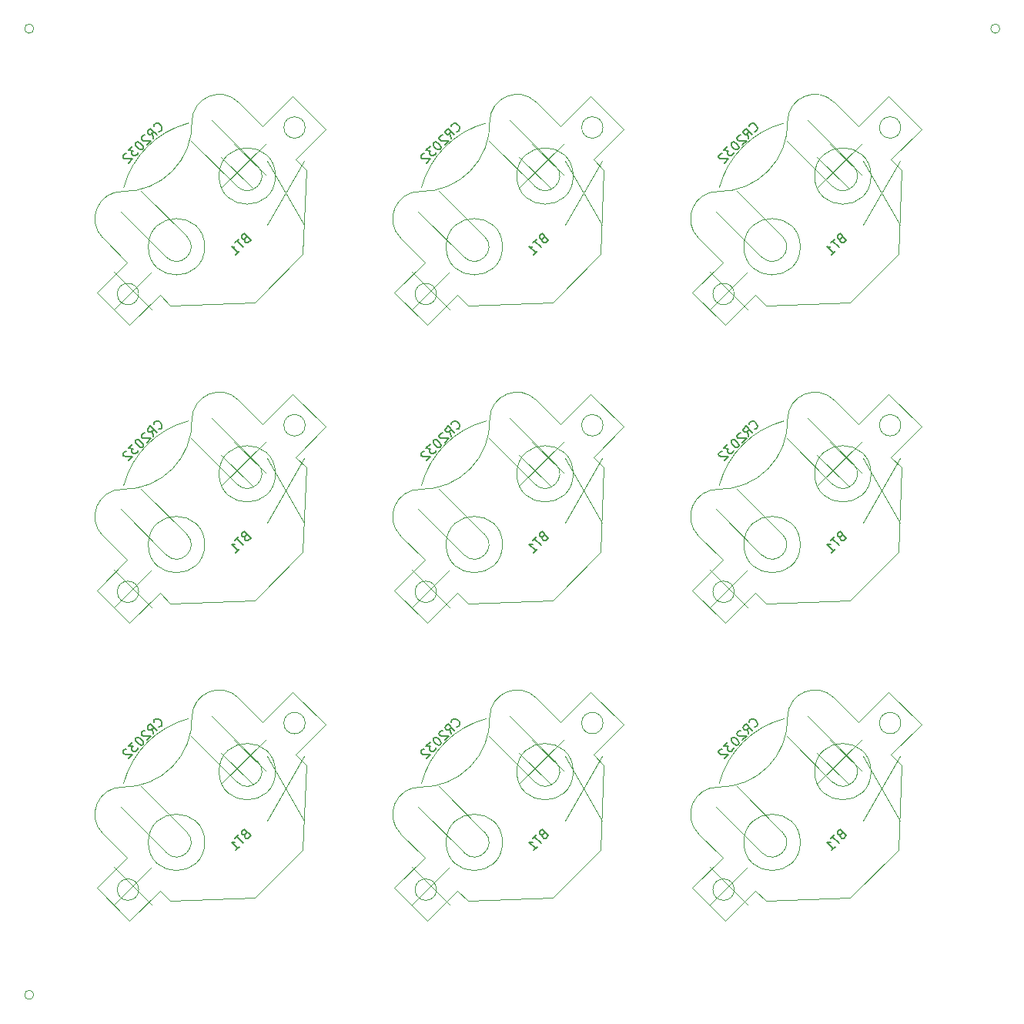
<source format=gbr>
%TF.GenerationSoftware,KiCad,Pcbnew,9.0.0-rc2-3baa6cd791~182~ubuntu24.04.1*%
%TF.CreationDate,2025-01-30T23:50:26-05:00*%
%TF.ProjectId,PCA20073_nRF54L15_Tiny_Board,50434132-3030-4373-935f-6e524635344c,rev?*%
%TF.SameCoordinates,Original*%
%TF.FileFunction,AssemblyDrawing,Bot*%
%FSLAX46Y46*%
G04 Gerber Fmt 4.6, Leading zero omitted, Abs format (unit mm)*
G04 Created by KiCad (PCBNEW 9.0.0-rc2-3baa6cd791~182~ubuntu24.04.1) date 2025-01-30 23:50:26*
%MOMM*%
%LPD*%
G01*
G04 APERTURE LIST*
%ADD10C,0.150000*%
%ADD11C,0.050000*%
%ADD12C,0.100000*%
G04 APERTURE END LIST*
D10*
X142386934Y-36297866D02*
X142454277Y-36297866D01*
X142454277Y-36297866D02*
X142588964Y-36230523D01*
X142588964Y-36230523D02*
X142656308Y-36163179D01*
X142656308Y-36163179D02*
X142723651Y-36028492D01*
X142723651Y-36028492D02*
X142723651Y-35893805D01*
X142723651Y-35893805D02*
X142689980Y-35792790D01*
X142689980Y-35792790D02*
X142588964Y-35624431D01*
X142588964Y-35624431D02*
X142487949Y-35523416D01*
X142487949Y-35523416D02*
X142319590Y-35422401D01*
X142319590Y-35422401D02*
X142218575Y-35388729D01*
X142218575Y-35388729D02*
X142083888Y-35388729D01*
X142083888Y-35388729D02*
X141949201Y-35456073D01*
X141949201Y-35456073D02*
X141881857Y-35523416D01*
X141881857Y-35523416D02*
X141814514Y-35658103D01*
X141814514Y-35658103D02*
X141814514Y-35725447D01*
X141747170Y-37072317D02*
X141646155Y-36499897D01*
X142151232Y-36668256D02*
X141444125Y-35961149D01*
X141444125Y-35961149D02*
X141174751Y-36230523D01*
X141174751Y-36230523D02*
X141141079Y-36331538D01*
X141141079Y-36331538D02*
X141141079Y-36398882D01*
X141141079Y-36398882D02*
X141174751Y-36499897D01*
X141174751Y-36499897D02*
X141275766Y-36600912D01*
X141275766Y-36600912D02*
X141376781Y-36634584D01*
X141376781Y-36634584D02*
X141444125Y-36634584D01*
X141444125Y-36634584D02*
X141545140Y-36600912D01*
X141545140Y-36600912D02*
X141814514Y-36331538D01*
X140838033Y-36701928D02*
X140770690Y-36701928D01*
X140770690Y-36701928D02*
X140669674Y-36735599D01*
X140669674Y-36735599D02*
X140501316Y-36903958D01*
X140501316Y-36903958D02*
X140467644Y-37004973D01*
X140467644Y-37004973D02*
X140467644Y-37072317D01*
X140467644Y-37072317D02*
X140501316Y-37173332D01*
X140501316Y-37173332D02*
X140568659Y-37240676D01*
X140568659Y-37240676D02*
X140703346Y-37308019D01*
X140703346Y-37308019D02*
X141511468Y-37308019D01*
X141511468Y-37308019D02*
X141073735Y-37745752D01*
X139928896Y-37476378D02*
X139861552Y-37543721D01*
X139861552Y-37543721D02*
X139827881Y-37644737D01*
X139827881Y-37644737D02*
X139827881Y-37712080D01*
X139827881Y-37712080D02*
X139861552Y-37813095D01*
X139861552Y-37813095D02*
X139962568Y-37981454D01*
X139962568Y-37981454D02*
X140130926Y-38149813D01*
X140130926Y-38149813D02*
X140299285Y-38250828D01*
X140299285Y-38250828D02*
X140400300Y-38284500D01*
X140400300Y-38284500D02*
X140467644Y-38284500D01*
X140467644Y-38284500D02*
X140568659Y-38250828D01*
X140568659Y-38250828D02*
X140636003Y-38183485D01*
X140636003Y-38183485D02*
X140669674Y-38082469D01*
X140669674Y-38082469D02*
X140669674Y-38015126D01*
X140669674Y-38015126D02*
X140636003Y-37914111D01*
X140636003Y-37914111D02*
X140534987Y-37745752D01*
X140534987Y-37745752D02*
X140366629Y-37577393D01*
X140366629Y-37577393D02*
X140198270Y-37476378D01*
X140198270Y-37476378D02*
X140097255Y-37442706D01*
X140097255Y-37442706D02*
X140029911Y-37442706D01*
X140029911Y-37442706D02*
X139928896Y-37476378D01*
X139457491Y-37947782D02*
X139019759Y-38385515D01*
X139019759Y-38385515D02*
X139524835Y-38419187D01*
X139524835Y-38419187D02*
X139423820Y-38520202D01*
X139423820Y-38520202D02*
X139390148Y-38621217D01*
X139390148Y-38621217D02*
X139390148Y-38688561D01*
X139390148Y-38688561D02*
X139423820Y-38789576D01*
X139423820Y-38789576D02*
X139592178Y-38957935D01*
X139592178Y-38957935D02*
X139693194Y-38991607D01*
X139693194Y-38991607D02*
X139760537Y-38991607D01*
X139760537Y-38991607D02*
X139861552Y-38957935D01*
X139861552Y-38957935D02*
X140063583Y-38755904D01*
X140063583Y-38755904D02*
X140097255Y-38654889D01*
X140097255Y-38654889D02*
X140097255Y-38587546D01*
X138817728Y-38722233D02*
X138750385Y-38722233D01*
X138750385Y-38722233D02*
X138649369Y-38755904D01*
X138649369Y-38755904D02*
X138481010Y-38924263D01*
X138481010Y-38924263D02*
X138447339Y-39025278D01*
X138447339Y-39025278D02*
X138447339Y-39092622D01*
X138447339Y-39092622D02*
X138481010Y-39193637D01*
X138481010Y-39193637D02*
X138548354Y-39260981D01*
X138548354Y-39260981D02*
X138683041Y-39328324D01*
X138683041Y-39328324D02*
X139491163Y-39328324D01*
X139491163Y-39328324D02*
X139053430Y-39766057D01*
X151877654Y-48107223D02*
X151810310Y-48241910D01*
X151810310Y-48241910D02*
X151810310Y-48309253D01*
X151810310Y-48309253D02*
X151843982Y-48410269D01*
X151843982Y-48410269D02*
X151944997Y-48511284D01*
X151944997Y-48511284D02*
X152046013Y-48544956D01*
X152046013Y-48544956D02*
X152113356Y-48544956D01*
X152113356Y-48544956D02*
X152214371Y-48511284D01*
X152214371Y-48511284D02*
X152483745Y-48241910D01*
X152483745Y-48241910D02*
X151776639Y-47534803D01*
X151776639Y-47534803D02*
X151540936Y-47770505D01*
X151540936Y-47770505D02*
X151507265Y-47871521D01*
X151507265Y-47871521D02*
X151507265Y-47938864D01*
X151507265Y-47938864D02*
X151540936Y-48039879D01*
X151540936Y-48039879D02*
X151608280Y-48107223D01*
X151608280Y-48107223D02*
X151709295Y-48140895D01*
X151709295Y-48140895D02*
X151776639Y-48140895D01*
X151776639Y-48140895D02*
X151877654Y-48107223D01*
X151877654Y-48107223D02*
X152113356Y-47871521D01*
X151170547Y-48140895D02*
X150766486Y-48544956D01*
X151675623Y-49050032D02*
X150968517Y-48342925D01*
X150867501Y-49858154D02*
X151271562Y-49454093D01*
X151069532Y-49656124D02*
X150362425Y-48949017D01*
X150362425Y-48949017D02*
X150530784Y-48982689D01*
X150530784Y-48982689D02*
X150665471Y-48982689D01*
X150665471Y-48982689D02*
X150766486Y-48949017D01*
X175135671Y-36297866D02*
X175203014Y-36297866D01*
X175203014Y-36297866D02*
X175337701Y-36230523D01*
X175337701Y-36230523D02*
X175405045Y-36163179D01*
X175405045Y-36163179D02*
X175472388Y-36028492D01*
X175472388Y-36028492D02*
X175472388Y-35893805D01*
X175472388Y-35893805D02*
X175438717Y-35792790D01*
X175438717Y-35792790D02*
X175337701Y-35624431D01*
X175337701Y-35624431D02*
X175236686Y-35523416D01*
X175236686Y-35523416D02*
X175068327Y-35422401D01*
X175068327Y-35422401D02*
X174967312Y-35388729D01*
X174967312Y-35388729D02*
X174832625Y-35388729D01*
X174832625Y-35388729D02*
X174697938Y-35456073D01*
X174697938Y-35456073D02*
X174630594Y-35523416D01*
X174630594Y-35523416D02*
X174563251Y-35658103D01*
X174563251Y-35658103D02*
X174563251Y-35725447D01*
X174495907Y-37072317D02*
X174394892Y-36499897D01*
X174899969Y-36668256D02*
X174192862Y-35961149D01*
X174192862Y-35961149D02*
X173923488Y-36230523D01*
X173923488Y-36230523D02*
X173889816Y-36331538D01*
X173889816Y-36331538D02*
X173889816Y-36398882D01*
X173889816Y-36398882D02*
X173923488Y-36499897D01*
X173923488Y-36499897D02*
X174024503Y-36600912D01*
X174024503Y-36600912D02*
X174125518Y-36634584D01*
X174125518Y-36634584D02*
X174192862Y-36634584D01*
X174192862Y-36634584D02*
X174293877Y-36600912D01*
X174293877Y-36600912D02*
X174563251Y-36331538D01*
X173586770Y-36701928D02*
X173519427Y-36701928D01*
X173519427Y-36701928D02*
X173418411Y-36735599D01*
X173418411Y-36735599D02*
X173250053Y-36903958D01*
X173250053Y-36903958D02*
X173216381Y-37004973D01*
X173216381Y-37004973D02*
X173216381Y-37072317D01*
X173216381Y-37072317D02*
X173250053Y-37173332D01*
X173250053Y-37173332D02*
X173317396Y-37240676D01*
X173317396Y-37240676D02*
X173452083Y-37308019D01*
X173452083Y-37308019D02*
X174260205Y-37308019D01*
X174260205Y-37308019D02*
X173822472Y-37745752D01*
X172677633Y-37476378D02*
X172610289Y-37543721D01*
X172610289Y-37543721D02*
X172576618Y-37644737D01*
X172576618Y-37644737D02*
X172576618Y-37712080D01*
X172576618Y-37712080D02*
X172610289Y-37813095D01*
X172610289Y-37813095D02*
X172711305Y-37981454D01*
X172711305Y-37981454D02*
X172879663Y-38149813D01*
X172879663Y-38149813D02*
X173048022Y-38250828D01*
X173048022Y-38250828D02*
X173149037Y-38284500D01*
X173149037Y-38284500D02*
X173216381Y-38284500D01*
X173216381Y-38284500D02*
X173317396Y-38250828D01*
X173317396Y-38250828D02*
X173384740Y-38183485D01*
X173384740Y-38183485D02*
X173418411Y-38082469D01*
X173418411Y-38082469D02*
X173418411Y-38015126D01*
X173418411Y-38015126D02*
X173384740Y-37914111D01*
X173384740Y-37914111D02*
X173283724Y-37745752D01*
X173283724Y-37745752D02*
X173115366Y-37577393D01*
X173115366Y-37577393D02*
X172947007Y-37476378D01*
X172947007Y-37476378D02*
X172845992Y-37442706D01*
X172845992Y-37442706D02*
X172778648Y-37442706D01*
X172778648Y-37442706D02*
X172677633Y-37476378D01*
X172206228Y-37947782D02*
X171768496Y-38385515D01*
X171768496Y-38385515D02*
X172273572Y-38419187D01*
X172273572Y-38419187D02*
X172172557Y-38520202D01*
X172172557Y-38520202D02*
X172138885Y-38621217D01*
X172138885Y-38621217D02*
X172138885Y-38688561D01*
X172138885Y-38688561D02*
X172172557Y-38789576D01*
X172172557Y-38789576D02*
X172340915Y-38957935D01*
X172340915Y-38957935D02*
X172441931Y-38991607D01*
X172441931Y-38991607D02*
X172509274Y-38991607D01*
X172509274Y-38991607D02*
X172610289Y-38957935D01*
X172610289Y-38957935D02*
X172812320Y-38755904D01*
X172812320Y-38755904D02*
X172845992Y-38654889D01*
X172845992Y-38654889D02*
X172845992Y-38587546D01*
X171566465Y-38722233D02*
X171499122Y-38722233D01*
X171499122Y-38722233D02*
X171398106Y-38755904D01*
X171398106Y-38755904D02*
X171229747Y-38924263D01*
X171229747Y-38924263D02*
X171196076Y-39025278D01*
X171196076Y-39025278D02*
X171196076Y-39092622D01*
X171196076Y-39092622D02*
X171229747Y-39193637D01*
X171229747Y-39193637D02*
X171297091Y-39260981D01*
X171297091Y-39260981D02*
X171431778Y-39328324D01*
X171431778Y-39328324D02*
X172239900Y-39328324D01*
X172239900Y-39328324D02*
X171802167Y-39766057D01*
X184626391Y-48107223D02*
X184559047Y-48241910D01*
X184559047Y-48241910D02*
X184559047Y-48309253D01*
X184559047Y-48309253D02*
X184592719Y-48410269D01*
X184592719Y-48410269D02*
X184693734Y-48511284D01*
X184693734Y-48511284D02*
X184794750Y-48544956D01*
X184794750Y-48544956D02*
X184862093Y-48544956D01*
X184862093Y-48544956D02*
X184963108Y-48511284D01*
X184963108Y-48511284D02*
X185232482Y-48241910D01*
X185232482Y-48241910D02*
X184525376Y-47534803D01*
X184525376Y-47534803D02*
X184289673Y-47770505D01*
X184289673Y-47770505D02*
X184256002Y-47871521D01*
X184256002Y-47871521D02*
X184256002Y-47938864D01*
X184256002Y-47938864D02*
X184289673Y-48039879D01*
X184289673Y-48039879D02*
X184357017Y-48107223D01*
X184357017Y-48107223D02*
X184458032Y-48140895D01*
X184458032Y-48140895D02*
X184525376Y-48140895D01*
X184525376Y-48140895D02*
X184626391Y-48107223D01*
X184626391Y-48107223D02*
X184862093Y-47871521D01*
X183919284Y-48140895D02*
X183515223Y-48544956D01*
X184424360Y-49050032D02*
X183717254Y-48342925D01*
X183616238Y-49858154D02*
X184020299Y-49454093D01*
X183818269Y-49656124D02*
X183111162Y-48949017D01*
X183111162Y-48949017D02*
X183279521Y-48982689D01*
X183279521Y-48982689D02*
X183414208Y-48982689D01*
X183414208Y-48982689D02*
X183515223Y-48949017D01*
X109638197Y-36297866D02*
X109705540Y-36297866D01*
X109705540Y-36297866D02*
X109840227Y-36230523D01*
X109840227Y-36230523D02*
X109907571Y-36163179D01*
X109907571Y-36163179D02*
X109974914Y-36028492D01*
X109974914Y-36028492D02*
X109974914Y-35893805D01*
X109974914Y-35893805D02*
X109941243Y-35792790D01*
X109941243Y-35792790D02*
X109840227Y-35624431D01*
X109840227Y-35624431D02*
X109739212Y-35523416D01*
X109739212Y-35523416D02*
X109570853Y-35422401D01*
X109570853Y-35422401D02*
X109469838Y-35388729D01*
X109469838Y-35388729D02*
X109335151Y-35388729D01*
X109335151Y-35388729D02*
X109200464Y-35456073D01*
X109200464Y-35456073D02*
X109133120Y-35523416D01*
X109133120Y-35523416D02*
X109065777Y-35658103D01*
X109065777Y-35658103D02*
X109065777Y-35725447D01*
X108998433Y-37072317D02*
X108897418Y-36499897D01*
X109402495Y-36668256D02*
X108695388Y-35961149D01*
X108695388Y-35961149D02*
X108426014Y-36230523D01*
X108426014Y-36230523D02*
X108392342Y-36331538D01*
X108392342Y-36331538D02*
X108392342Y-36398882D01*
X108392342Y-36398882D02*
X108426014Y-36499897D01*
X108426014Y-36499897D02*
X108527029Y-36600912D01*
X108527029Y-36600912D02*
X108628044Y-36634584D01*
X108628044Y-36634584D02*
X108695388Y-36634584D01*
X108695388Y-36634584D02*
X108796403Y-36600912D01*
X108796403Y-36600912D02*
X109065777Y-36331538D01*
X108089296Y-36701928D02*
X108021953Y-36701928D01*
X108021953Y-36701928D02*
X107920937Y-36735599D01*
X107920937Y-36735599D02*
X107752579Y-36903958D01*
X107752579Y-36903958D02*
X107718907Y-37004973D01*
X107718907Y-37004973D02*
X107718907Y-37072317D01*
X107718907Y-37072317D02*
X107752579Y-37173332D01*
X107752579Y-37173332D02*
X107819922Y-37240676D01*
X107819922Y-37240676D02*
X107954609Y-37308019D01*
X107954609Y-37308019D02*
X108762731Y-37308019D01*
X108762731Y-37308019D02*
X108324998Y-37745752D01*
X107180159Y-37476378D02*
X107112815Y-37543721D01*
X107112815Y-37543721D02*
X107079144Y-37644737D01*
X107079144Y-37644737D02*
X107079144Y-37712080D01*
X107079144Y-37712080D02*
X107112815Y-37813095D01*
X107112815Y-37813095D02*
X107213831Y-37981454D01*
X107213831Y-37981454D02*
X107382189Y-38149813D01*
X107382189Y-38149813D02*
X107550548Y-38250828D01*
X107550548Y-38250828D02*
X107651563Y-38284500D01*
X107651563Y-38284500D02*
X107718907Y-38284500D01*
X107718907Y-38284500D02*
X107819922Y-38250828D01*
X107819922Y-38250828D02*
X107887266Y-38183485D01*
X107887266Y-38183485D02*
X107920937Y-38082469D01*
X107920937Y-38082469D02*
X107920937Y-38015126D01*
X107920937Y-38015126D02*
X107887266Y-37914111D01*
X107887266Y-37914111D02*
X107786250Y-37745752D01*
X107786250Y-37745752D02*
X107617892Y-37577393D01*
X107617892Y-37577393D02*
X107449533Y-37476378D01*
X107449533Y-37476378D02*
X107348518Y-37442706D01*
X107348518Y-37442706D02*
X107281174Y-37442706D01*
X107281174Y-37442706D02*
X107180159Y-37476378D01*
X106708754Y-37947782D02*
X106271022Y-38385515D01*
X106271022Y-38385515D02*
X106776098Y-38419187D01*
X106776098Y-38419187D02*
X106675083Y-38520202D01*
X106675083Y-38520202D02*
X106641411Y-38621217D01*
X106641411Y-38621217D02*
X106641411Y-38688561D01*
X106641411Y-38688561D02*
X106675083Y-38789576D01*
X106675083Y-38789576D02*
X106843441Y-38957935D01*
X106843441Y-38957935D02*
X106944457Y-38991607D01*
X106944457Y-38991607D02*
X107011800Y-38991607D01*
X107011800Y-38991607D02*
X107112815Y-38957935D01*
X107112815Y-38957935D02*
X107314846Y-38755904D01*
X107314846Y-38755904D02*
X107348518Y-38654889D01*
X107348518Y-38654889D02*
X107348518Y-38587546D01*
X106068991Y-38722233D02*
X106001648Y-38722233D01*
X106001648Y-38722233D02*
X105900632Y-38755904D01*
X105900632Y-38755904D02*
X105732273Y-38924263D01*
X105732273Y-38924263D02*
X105698602Y-39025278D01*
X105698602Y-39025278D02*
X105698602Y-39092622D01*
X105698602Y-39092622D02*
X105732273Y-39193637D01*
X105732273Y-39193637D02*
X105799617Y-39260981D01*
X105799617Y-39260981D02*
X105934304Y-39328324D01*
X105934304Y-39328324D02*
X106742426Y-39328324D01*
X106742426Y-39328324D02*
X106304693Y-39766057D01*
X119128917Y-48107223D02*
X119061573Y-48241910D01*
X119061573Y-48241910D02*
X119061573Y-48309253D01*
X119061573Y-48309253D02*
X119095245Y-48410269D01*
X119095245Y-48410269D02*
X119196260Y-48511284D01*
X119196260Y-48511284D02*
X119297276Y-48544956D01*
X119297276Y-48544956D02*
X119364619Y-48544956D01*
X119364619Y-48544956D02*
X119465634Y-48511284D01*
X119465634Y-48511284D02*
X119735008Y-48241910D01*
X119735008Y-48241910D02*
X119027902Y-47534803D01*
X119027902Y-47534803D02*
X118792199Y-47770505D01*
X118792199Y-47770505D02*
X118758528Y-47871521D01*
X118758528Y-47871521D02*
X118758528Y-47938864D01*
X118758528Y-47938864D02*
X118792199Y-48039879D01*
X118792199Y-48039879D02*
X118859543Y-48107223D01*
X118859543Y-48107223D02*
X118960558Y-48140895D01*
X118960558Y-48140895D02*
X119027902Y-48140895D01*
X119027902Y-48140895D02*
X119128917Y-48107223D01*
X119128917Y-48107223D02*
X119364619Y-47871521D01*
X118421810Y-48140895D02*
X118017749Y-48544956D01*
X118926886Y-49050032D02*
X118219780Y-48342925D01*
X118118764Y-49858154D02*
X118522825Y-49454093D01*
X118320795Y-49656124D02*
X117613688Y-48949017D01*
X117613688Y-48949017D02*
X117782047Y-48982689D01*
X117782047Y-48982689D02*
X117916734Y-48982689D01*
X117916734Y-48982689D02*
X118017749Y-48949017D01*
X142386934Y-69046603D02*
X142454277Y-69046603D01*
X142454277Y-69046603D02*
X142588964Y-68979260D01*
X142588964Y-68979260D02*
X142656308Y-68911916D01*
X142656308Y-68911916D02*
X142723651Y-68777229D01*
X142723651Y-68777229D02*
X142723651Y-68642542D01*
X142723651Y-68642542D02*
X142689980Y-68541527D01*
X142689980Y-68541527D02*
X142588964Y-68373168D01*
X142588964Y-68373168D02*
X142487949Y-68272153D01*
X142487949Y-68272153D02*
X142319590Y-68171138D01*
X142319590Y-68171138D02*
X142218575Y-68137466D01*
X142218575Y-68137466D02*
X142083888Y-68137466D01*
X142083888Y-68137466D02*
X141949201Y-68204810D01*
X141949201Y-68204810D02*
X141881857Y-68272153D01*
X141881857Y-68272153D02*
X141814514Y-68406840D01*
X141814514Y-68406840D02*
X141814514Y-68474184D01*
X141747170Y-69821054D02*
X141646155Y-69248634D01*
X142151232Y-69416993D02*
X141444125Y-68709886D01*
X141444125Y-68709886D02*
X141174751Y-68979260D01*
X141174751Y-68979260D02*
X141141079Y-69080275D01*
X141141079Y-69080275D02*
X141141079Y-69147619D01*
X141141079Y-69147619D02*
X141174751Y-69248634D01*
X141174751Y-69248634D02*
X141275766Y-69349649D01*
X141275766Y-69349649D02*
X141376781Y-69383321D01*
X141376781Y-69383321D02*
X141444125Y-69383321D01*
X141444125Y-69383321D02*
X141545140Y-69349649D01*
X141545140Y-69349649D02*
X141814514Y-69080275D01*
X140838033Y-69450665D02*
X140770690Y-69450665D01*
X140770690Y-69450665D02*
X140669674Y-69484336D01*
X140669674Y-69484336D02*
X140501316Y-69652695D01*
X140501316Y-69652695D02*
X140467644Y-69753710D01*
X140467644Y-69753710D02*
X140467644Y-69821054D01*
X140467644Y-69821054D02*
X140501316Y-69922069D01*
X140501316Y-69922069D02*
X140568659Y-69989413D01*
X140568659Y-69989413D02*
X140703346Y-70056756D01*
X140703346Y-70056756D02*
X141511468Y-70056756D01*
X141511468Y-70056756D02*
X141073735Y-70494489D01*
X139928896Y-70225115D02*
X139861552Y-70292458D01*
X139861552Y-70292458D02*
X139827881Y-70393474D01*
X139827881Y-70393474D02*
X139827881Y-70460817D01*
X139827881Y-70460817D02*
X139861552Y-70561832D01*
X139861552Y-70561832D02*
X139962568Y-70730191D01*
X139962568Y-70730191D02*
X140130926Y-70898550D01*
X140130926Y-70898550D02*
X140299285Y-70999565D01*
X140299285Y-70999565D02*
X140400300Y-71033237D01*
X140400300Y-71033237D02*
X140467644Y-71033237D01*
X140467644Y-71033237D02*
X140568659Y-70999565D01*
X140568659Y-70999565D02*
X140636003Y-70932222D01*
X140636003Y-70932222D02*
X140669674Y-70831206D01*
X140669674Y-70831206D02*
X140669674Y-70763863D01*
X140669674Y-70763863D02*
X140636003Y-70662848D01*
X140636003Y-70662848D02*
X140534987Y-70494489D01*
X140534987Y-70494489D02*
X140366629Y-70326130D01*
X140366629Y-70326130D02*
X140198270Y-70225115D01*
X140198270Y-70225115D02*
X140097255Y-70191443D01*
X140097255Y-70191443D02*
X140029911Y-70191443D01*
X140029911Y-70191443D02*
X139928896Y-70225115D01*
X139457491Y-70696519D02*
X139019759Y-71134252D01*
X139019759Y-71134252D02*
X139524835Y-71167924D01*
X139524835Y-71167924D02*
X139423820Y-71268939D01*
X139423820Y-71268939D02*
X139390148Y-71369954D01*
X139390148Y-71369954D02*
X139390148Y-71437298D01*
X139390148Y-71437298D02*
X139423820Y-71538313D01*
X139423820Y-71538313D02*
X139592178Y-71706672D01*
X139592178Y-71706672D02*
X139693194Y-71740344D01*
X139693194Y-71740344D02*
X139760537Y-71740344D01*
X139760537Y-71740344D02*
X139861552Y-71706672D01*
X139861552Y-71706672D02*
X140063583Y-71504641D01*
X140063583Y-71504641D02*
X140097255Y-71403626D01*
X140097255Y-71403626D02*
X140097255Y-71336283D01*
X138817728Y-71470970D02*
X138750385Y-71470970D01*
X138750385Y-71470970D02*
X138649369Y-71504641D01*
X138649369Y-71504641D02*
X138481010Y-71673000D01*
X138481010Y-71673000D02*
X138447339Y-71774015D01*
X138447339Y-71774015D02*
X138447339Y-71841359D01*
X138447339Y-71841359D02*
X138481010Y-71942374D01*
X138481010Y-71942374D02*
X138548354Y-72009718D01*
X138548354Y-72009718D02*
X138683041Y-72077061D01*
X138683041Y-72077061D02*
X139491163Y-72077061D01*
X139491163Y-72077061D02*
X139053430Y-72514794D01*
X151877654Y-80855960D02*
X151810310Y-80990647D01*
X151810310Y-80990647D02*
X151810310Y-81057990D01*
X151810310Y-81057990D02*
X151843982Y-81159006D01*
X151843982Y-81159006D02*
X151944997Y-81260021D01*
X151944997Y-81260021D02*
X152046013Y-81293693D01*
X152046013Y-81293693D02*
X152113356Y-81293693D01*
X152113356Y-81293693D02*
X152214371Y-81260021D01*
X152214371Y-81260021D02*
X152483745Y-80990647D01*
X152483745Y-80990647D02*
X151776639Y-80283540D01*
X151776639Y-80283540D02*
X151540936Y-80519242D01*
X151540936Y-80519242D02*
X151507265Y-80620258D01*
X151507265Y-80620258D02*
X151507265Y-80687601D01*
X151507265Y-80687601D02*
X151540936Y-80788616D01*
X151540936Y-80788616D02*
X151608280Y-80855960D01*
X151608280Y-80855960D02*
X151709295Y-80889632D01*
X151709295Y-80889632D02*
X151776639Y-80889632D01*
X151776639Y-80889632D02*
X151877654Y-80855960D01*
X151877654Y-80855960D02*
X152113356Y-80620258D01*
X151170547Y-80889632D02*
X150766486Y-81293693D01*
X151675623Y-81798769D02*
X150968517Y-81091662D01*
X150867501Y-82606891D02*
X151271562Y-82202830D01*
X151069532Y-82404861D02*
X150362425Y-81697754D01*
X150362425Y-81697754D02*
X150530784Y-81731426D01*
X150530784Y-81731426D02*
X150665471Y-81731426D01*
X150665471Y-81731426D02*
X150766486Y-81697754D01*
X175135671Y-101795340D02*
X175203014Y-101795340D01*
X175203014Y-101795340D02*
X175337701Y-101727997D01*
X175337701Y-101727997D02*
X175405045Y-101660653D01*
X175405045Y-101660653D02*
X175472388Y-101525966D01*
X175472388Y-101525966D02*
X175472388Y-101391279D01*
X175472388Y-101391279D02*
X175438717Y-101290264D01*
X175438717Y-101290264D02*
X175337701Y-101121905D01*
X175337701Y-101121905D02*
X175236686Y-101020890D01*
X175236686Y-101020890D02*
X175068327Y-100919875D01*
X175068327Y-100919875D02*
X174967312Y-100886203D01*
X174967312Y-100886203D02*
X174832625Y-100886203D01*
X174832625Y-100886203D02*
X174697938Y-100953547D01*
X174697938Y-100953547D02*
X174630594Y-101020890D01*
X174630594Y-101020890D02*
X174563251Y-101155577D01*
X174563251Y-101155577D02*
X174563251Y-101222921D01*
X174495907Y-102569791D02*
X174394892Y-101997371D01*
X174899969Y-102165730D02*
X174192862Y-101458623D01*
X174192862Y-101458623D02*
X173923488Y-101727997D01*
X173923488Y-101727997D02*
X173889816Y-101829012D01*
X173889816Y-101829012D02*
X173889816Y-101896356D01*
X173889816Y-101896356D02*
X173923488Y-101997371D01*
X173923488Y-101997371D02*
X174024503Y-102098386D01*
X174024503Y-102098386D02*
X174125518Y-102132058D01*
X174125518Y-102132058D02*
X174192862Y-102132058D01*
X174192862Y-102132058D02*
X174293877Y-102098386D01*
X174293877Y-102098386D02*
X174563251Y-101829012D01*
X173586770Y-102199402D02*
X173519427Y-102199402D01*
X173519427Y-102199402D02*
X173418411Y-102233073D01*
X173418411Y-102233073D02*
X173250053Y-102401432D01*
X173250053Y-102401432D02*
X173216381Y-102502447D01*
X173216381Y-102502447D02*
X173216381Y-102569791D01*
X173216381Y-102569791D02*
X173250053Y-102670806D01*
X173250053Y-102670806D02*
X173317396Y-102738150D01*
X173317396Y-102738150D02*
X173452083Y-102805493D01*
X173452083Y-102805493D02*
X174260205Y-102805493D01*
X174260205Y-102805493D02*
X173822472Y-103243226D01*
X172677633Y-102973852D02*
X172610289Y-103041195D01*
X172610289Y-103041195D02*
X172576618Y-103142211D01*
X172576618Y-103142211D02*
X172576618Y-103209554D01*
X172576618Y-103209554D02*
X172610289Y-103310569D01*
X172610289Y-103310569D02*
X172711305Y-103478928D01*
X172711305Y-103478928D02*
X172879663Y-103647287D01*
X172879663Y-103647287D02*
X173048022Y-103748302D01*
X173048022Y-103748302D02*
X173149037Y-103781974D01*
X173149037Y-103781974D02*
X173216381Y-103781974D01*
X173216381Y-103781974D02*
X173317396Y-103748302D01*
X173317396Y-103748302D02*
X173384740Y-103680959D01*
X173384740Y-103680959D02*
X173418411Y-103579943D01*
X173418411Y-103579943D02*
X173418411Y-103512600D01*
X173418411Y-103512600D02*
X173384740Y-103411585D01*
X173384740Y-103411585D02*
X173283724Y-103243226D01*
X173283724Y-103243226D02*
X173115366Y-103074867D01*
X173115366Y-103074867D02*
X172947007Y-102973852D01*
X172947007Y-102973852D02*
X172845992Y-102940180D01*
X172845992Y-102940180D02*
X172778648Y-102940180D01*
X172778648Y-102940180D02*
X172677633Y-102973852D01*
X172206228Y-103445256D02*
X171768496Y-103882989D01*
X171768496Y-103882989D02*
X172273572Y-103916661D01*
X172273572Y-103916661D02*
X172172557Y-104017676D01*
X172172557Y-104017676D02*
X172138885Y-104118691D01*
X172138885Y-104118691D02*
X172138885Y-104186035D01*
X172138885Y-104186035D02*
X172172557Y-104287050D01*
X172172557Y-104287050D02*
X172340915Y-104455409D01*
X172340915Y-104455409D02*
X172441931Y-104489081D01*
X172441931Y-104489081D02*
X172509274Y-104489081D01*
X172509274Y-104489081D02*
X172610289Y-104455409D01*
X172610289Y-104455409D02*
X172812320Y-104253378D01*
X172812320Y-104253378D02*
X172845992Y-104152363D01*
X172845992Y-104152363D02*
X172845992Y-104085020D01*
X171566465Y-104219707D02*
X171499122Y-104219707D01*
X171499122Y-104219707D02*
X171398106Y-104253378D01*
X171398106Y-104253378D02*
X171229747Y-104421737D01*
X171229747Y-104421737D02*
X171196076Y-104522752D01*
X171196076Y-104522752D02*
X171196076Y-104590096D01*
X171196076Y-104590096D02*
X171229747Y-104691111D01*
X171229747Y-104691111D02*
X171297091Y-104758455D01*
X171297091Y-104758455D02*
X171431778Y-104825798D01*
X171431778Y-104825798D02*
X172239900Y-104825798D01*
X172239900Y-104825798D02*
X171802167Y-105263531D01*
X184626391Y-113604697D02*
X184559047Y-113739384D01*
X184559047Y-113739384D02*
X184559047Y-113806727D01*
X184559047Y-113806727D02*
X184592719Y-113907743D01*
X184592719Y-113907743D02*
X184693734Y-114008758D01*
X184693734Y-114008758D02*
X184794750Y-114042430D01*
X184794750Y-114042430D02*
X184862093Y-114042430D01*
X184862093Y-114042430D02*
X184963108Y-114008758D01*
X184963108Y-114008758D02*
X185232482Y-113739384D01*
X185232482Y-113739384D02*
X184525376Y-113032277D01*
X184525376Y-113032277D02*
X184289673Y-113267979D01*
X184289673Y-113267979D02*
X184256002Y-113368995D01*
X184256002Y-113368995D02*
X184256002Y-113436338D01*
X184256002Y-113436338D02*
X184289673Y-113537353D01*
X184289673Y-113537353D02*
X184357017Y-113604697D01*
X184357017Y-113604697D02*
X184458032Y-113638369D01*
X184458032Y-113638369D02*
X184525376Y-113638369D01*
X184525376Y-113638369D02*
X184626391Y-113604697D01*
X184626391Y-113604697D02*
X184862093Y-113368995D01*
X183919284Y-113638369D02*
X183515223Y-114042430D01*
X184424360Y-114547506D02*
X183717254Y-113840399D01*
X183616238Y-115355628D02*
X184020299Y-114951567D01*
X183818269Y-115153598D02*
X183111162Y-114446491D01*
X183111162Y-114446491D02*
X183279521Y-114480163D01*
X183279521Y-114480163D02*
X183414208Y-114480163D01*
X183414208Y-114480163D02*
X183515223Y-114446491D01*
X175135671Y-69046603D02*
X175203014Y-69046603D01*
X175203014Y-69046603D02*
X175337701Y-68979260D01*
X175337701Y-68979260D02*
X175405045Y-68911916D01*
X175405045Y-68911916D02*
X175472388Y-68777229D01*
X175472388Y-68777229D02*
X175472388Y-68642542D01*
X175472388Y-68642542D02*
X175438717Y-68541527D01*
X175438717Y-68541527D02*
X175337701Y-68373168D01*
X175337701Y-68373168D02*
X175236686Y-68272153D01*
X175236686Y-68272153D02*
X175068327Y-68171138D01*
X175068327Y-68171138D02*
X174967312Y-68137466D01*
X174967312Y-68137466D02*
X174832625Y-68137466D01*
X174832625Y-68137466D02*
X174697938Y-68204810D01*
X174697938Y-68204810D02*
X174630594Y-68272153D01*
X174630594Y-68272153D02*
X174563251Y-68406840D01*
X174563251Y-68406840D02*
X174563251Y-68474184D01*
X174495907Y-69821054D02*
X174394892Y-69248634D01*
X174899969Y-69416993D02*
X174192862Y-68709886D01*
X174192862Y-68709886D02*
X173923488Y-68979260D01*
X173923488Y-68979260D02*
X173889816Y-69080275D01*
X173889816Y-69080275D02*
X173889816Y-69147619D01*
X173889816Y-69147619D02*
X173923488Y-69248634D01*
X173923488Y-69248634D02*
X174024503Y-69349649D01*
X174024503Y-69349649D02*
X174125518Y-69383321D01*
X174125518Y-69383321D02*
X174192862Y-69383321D01*
X174192862Y-69383321D02*
X174293877Y-69349649D01*
X174293877Y-69349649D02*
X174563251Y-69080275D01*
X173586770Y-69450665D02*
X173519427Y-69450665D01*
X173519427Y-69450665D02*
X173418411Y-69484336D01*
X173418411Y-69484336D02*
X173250053Y-69652695D01*
X173250053Y-69652695D02*
X173216381Y-69753710D01*
X173216381Y-69753710D02*
X173216381Y-69821054D01*
X173216381Y-69821054D02*
X173250053Y-69922069D01*
X173250053Y-69922069D02*
X173317396Y-69989413D01*
X173317396Y-69989413D02*
X173452083Y-70056756D01*
X173452083Y-70056756D02*
X174260205Y-70056756D01*
X174260205Y-70056756D02*
X173822472Y-70494489D01*
X172677633Y-70225115D02*
X172610289Y-70292458D01*
X172610289Y-70292458D02*
X172576618Y-70393474D01*
X172576618Y-70393474D02*
X172576618Y-70460817D01*
X172576618Y-70460817D02*
X172610289Y-70561832D01*
X172610289Y-70561832D02*
X172711305Y-70730191D01*
X172711305Y-70730191D02*
X172879663Y-70898550D01*
X172879663Y-70898550D02*
X173048022Y-70999565D01*
X173048022Y-70999565D02*
X173149037Y-71033237D01*
X173149037Y-71033237D02*
X173216381Y-71033237D01*
X173216381Y-71033237D02*
X173317396Y-70999565D01*
X173317396Y-70999565D02*
X173384740Y-70932222D01*
X173384740Y-70932222D02*
X173418411Y-70831206D01*
X173418411Y-70831206D02*
X173418411Y-70763863D01*
X173418411Y-70763863D02*
X173384740Y-70662848D01*
X173384740Y-70662848D02*
X173283724Y-70494489D01*
X173283724Y-70494489D02*
X173115366Y-70326130D01*
X173115366Y-70326130D02*
X172947007Y-70225115D01*
X172947007Y-70225115D02*
X172845992Y-70191443D01*
X172845992Y-70191443D02*
X172778648Y-70191443D01*
X172778648Y-70191443D02*
X172677633Y-70225115D01*
X172206228Y-70696519D02*
X171768496Y-71134252D01*
X171768496Y-71134252D02*
X172273572Y-71167924D01*
X172273572Y-71167924D02*
X172172557Y-71268939D01*
X172172557Y-71268939D02*
X172138885Y-71369954D01*
X172138885Y-71369954D02*
X172138885Y-71437298D01*
X172138885Y-71437298D02*
X172172557Y-71538313D01*
X172172557Y-71538313D02*
X172340915Y-71706672D01*
X172340915Y-71706672D02*
X172441931Y-71740344D01*
X172441931Y-71740344D02*
X172509274Y-71740344D01*
X172509274Y-71740344D02*
X172610289Y-71706672D01*
X172610289Y-71706672D02*
X172812320Y-71504641D01*
X172812320Y-71504641D02*
X172845992Y-71403626D01*
X172845992Y-71403626D02*
X172845992Y-71336283D01*
X171566465Y-71470970D02*
X171499122Y-71470970D01*
X171499122Y-71470970D02*
X171398106Y-71504641D01*
X171398106Y-71504641D02*
X171229747Y-71673000D01*
X171229747Y-71673000D02*
X171196076Y-71774015D01*
X171196076Y-71774015D02*
X171196076Y-71841359D01*
X171196076Y-71841359D02*
X171229747Y-71942374D01*
X171229747Y-71942374D02*
X171297091Y-72009718D01*
X171297091Y-72009718D02*
X171431778Y-72077061D01*
X171431778Y-72077061D02*
X172239900Y-72077061D01*
X172239900Y-72077061D02*
X171802167Y-72514794D01*
X184626391Y-80855960D02*
X184559047Y-80990647D01*
X184559047Y-80990647D02*
X184559047Y-81057990D01*
X184559047Y-81057990D02*
X184592719Y-81159006D01*
X184592719Y-81159006D02*
X184693734Y-81260021D01*
X184693734Y-81260021D02*
X184794750Y-81293693D01*
X184794750Y-81293693D02*
X184862093Y-81293693D01*
X184862093Y-81293693D02*
X184963108Y-81260021D01*
X184963108Y-81260021D02*
X185232482Y-80990647D01*
X185232482Y-80990647D02*
X184525376Y-80283540D01*
X184525376Y-80283540D02*
X184289673Y-80519242D01*
X184289673Y-80519242D02*
X184256002Y-80620258D01*
X184256002Y-80620258D02*
X184256002Y-80687601D01*
X184256002Y-80687601D02*
X184289673Y-80788616D01*
X184289673Y-80788616D02*
X184357017Y-80855960D01*
X184357017Y-80855960D02*
X184458032Y-80889632D01*
X184458032Y-80889632D02*
X184525376Y-80889632D01*
X184525376Y-80889632D02*
X184626391Y-80855960D01*
X184626391Y-80855960D02*
X184862093Y-80620258D01*
X183919284Y-80889632D02*
X183515223Y-81293693D01*
X184424360Y-81798769D02*
X183717254Y-81091662D01*
X183616238Y-82606891D02*
X184020299Y-82202830D01*
X183818269Y-82404861D02*
X183111162Y-81697754D01*
X183111162Y-81697754D02*
X183279521Y-81731426D01*
X183279521Y-81731426D02*
X183414208Y-81731426D01*
X183414208Y-81731426D02*
X183515223Y-81697754D01*
X109638197Y-101795340D02*
X109705540Y-101795340D01*
X109705540Y-101795340D02*
X109840227Y-101727997D01*
X109840227Y-101727997D02*
X109907571Y-101660653D01*
X109907571Y-101660653D02*
X109974914Y-101525966D01*
X109974914Y-101525966D02*
X109974914Y-101391279D01*
X109974914Y-101391279D02*
X109941243Y-101290264D01*
X109941243Y-101290264D02*
X109840227Y-101121905D01*
X109840227Y-101121905D02*
X109739212Y-101020890D01*
X109739212Y-101020890D02*
X109570853Y-100919875D01*
X109570853Y-100919875D02*
X109469838Y-100886203D01*
X109469838Y-100886203D02*
X109335151Y-100886203D01*
X109335151Y-100886203D02*
X109200464Y-100953547D01*
X109200464Y-100953547D02*
X109133120Y-101020890D01*
X109133120Y-101020890D02*
X109065777Y-101155577D01*
X109065777Y-101155577D02*
X109065777Y-101222921D01*
X108998433Y-102569791D02*
X108897418Y-101997371D01*
X109402495Y-102165730D02*
X108695388Y-101458623D01*
X108695388Y-101458623D02*
X108426014Y-101727997D01*
X108426014Y-101727997D02*
X108392342Y-101829012D01*
X108392342Y-101829012D02*
X108392342Y-101896356D01*
X108392342Y-101896356D02*
X108426014Y-101997371D01*
X108426014Y-101997371D02*
X108527029Y-102098386D01*
X108527029Y-102098386D02*
X108628044Y-102132058D01*
X108628044Y-102132058D02*
X108695388Y-102132058D01*
X108695388Y-102132058D02*
X108796403Y-102098386D01*
X108796403Y-102098386D02*
X109065777Y-101829012D01*
X108089296Y-102199402D02*
X108021953Y-102199402D01*
X108021953Y-102199402D02*
X107920937Y-102233073D01*
X107920937Y-102233073D02*
X107752579Y-102401432D01*
X107752579Y-102401432D02*
X107718907Y-102502447D01*
X107718907Y-102502447D02*
X107718907Y-102569791D01*
X107718907Y-102569791D02*
X107752579Y-102670806D01*
X107752579Y-102670806D02*
X107819922Y-102738150D01*
X107819922Y-102738150D02*
X107954609Y-102805493D01*
X107954609Y-102805493D02*
X108762731Y-102805493D01*
X108762731Y-102805493D02*
X108324998Y-103243226D01*
X107180159Y-102973852D02*
X107112815Y-103041195D01*
X107112815Y-103041195D02*
X107079144Y-103142211D01*
X107079144Y-103142211D02*
X107079144Y-103209554D01*
X107079144Y-103209554D02*
X107112815Y-103310569D01*
X107112815Y-103310569D02*
X107213831Y-103478928D01*
X107213831Y-103478928D02*
X107382189Y-103647287D01*
X107382189Y-103647287D02*
X107550548Y-103748302D01*
X107550548Y-103748302D02*
X107651563Y-103781974D01*
X107651563Y-103781974D02*
X107718907Y-103781974D01*
X107718907Y-103781974D02*
X107819922Y-103748302D01*
X107819922Y-103748302D02*
X107887266Y-103680959D01*
X107887266Y-103680959D02*
X107920937Y-103579943D01*
X107920937Y-103579943D02*
X107920937Y-103512600D01*
X107920937Y-103512600D02*
X107887266Y-103411585D01*
X107887266Y-103411585D02*
X107786250Y-103243226D01*
X107786250Y-103243226D02*
X107617892Y-103074867D01*
X107617892Y-103074867D02*
X107449533Y-102973852D01*
X107449533Y-102973852D02*
X107348518Y-102940180D01*
X107348518Y-102940180D02*
X107281174Y-102940180D01*
X107281174Y-102940180D02*
X107180159Y-102973852D01*
X106708754Y-103445256D02*
X106271022Y-103882989D01*
X106271022Y-103882989D02*
X106776098Y-103916661D01*
X106776098Y-103916661D02*
X106675083Y-104017676D01*
X106675083Y-104017676D02*
X106641411Y-104118691D01*
X106641411Y-104118691D02*
X106641411Y-104186035D01*
X106641411Y-104186035D02*
X106675083Y-104287050D01*
X106675083Y-104287050D02*
X106843441Y-104455409D01*
X106843441Y-104455409D02*
X106944457Y-104489081D01*
X106944457Y-104489081D02*
X107011800Y-104489081D01*
X107011800Y-104489081D02*
X107112815Y-104455409D01*
X107112815Y-104455409D02*
X107314846Y-104253378D01*
X107314846Y-104253378D02*
X107348518Y-104152363D01*
X107348518Y-104152363D02*
X107348518Y-104085020D01*
X106068991Y-104219707D02*
X106001648Y-104219707D01*
X106001648Y-104219707D02*
X105900632Y-104253378D01*
X105900632Y-104253378D02*
X105732273Y-104421737D01*
X105732273Y-104421737D02*
X105698602Y-104522752D01*
X105698602Y-104522752D02*
X105698602Y-104590096D01*
X105698602Y-104590096D02*
X105732273Y-104691111D01*
X105732273Y-104691111D02*
X105799617Y-104758455D01*
X105799617Y-104758455D02*
X105934304Y-104825798D01*
X105934304Y-104825798D02*
X106742426Y-104825798D01*
X106742426Y-104825798D02*
X106304693Y-105263531D01*
X119128917Y-113604697D02*
X119061573Y-113739384D01*
X119061573Y-113739384D02*
X119061573Y-113806727D01*
X119061573Y-113806727D02*
X119095245Y-113907743D01*
X119095245Y-113907743D02*
X119196260Y-114008758D01*
X119196260Y-114008758D02*
X119297276Y-114042430D01*
X119297276Y-114042430D02*
X119364619Y-114042430D01*
X119364619Y-114042430D02*
X119465634Y-114008758D01*
X119465634Y-114008758D02*
X119735008Y-113739384D01*
X119735008Y-113739384D02*
X119027902Y-113032277D01*
X119027902Y-113032277D02*
X118792199Y-113267979D01*
X118792199Y-113267979D02*
X118758528Y-113368995D01*
X118758528Y-113368995D02*
X118758528Y-113436338D01*
X118758528Y-113436338D02*
X118792199Y-113537353D01*
X118792199Y-113537353D02*
X118859543Y-113604697D01*
X118859543Y-113604697D02*
X118960558Y-113638369D01*
X118960558Y-113638369D02*
X119027902Y-113638369D01*
X119027902Y-113638369D02*
X119128917Y-113604697D01*
X119128917Y-113604697D02*
X119364619Y-113368995D01*
X118421810Y-113638369D02*
X118017749Y-114042430D01*
X118926886Y-114547506D02*
X118219780Y-113840399D01*
X118118764Y-115355628D02*
X118522825Y-114951567D01*
X118320795Y-115153598D02*
X117613688Y-114446491D01*
X117613688Y-114446491D02*
X117782047Y-114480163D01*
X117782047Y-114480163D02*
X117916734Y-114480163D01*
X117916734Y-114480163D02*
X118017749Y-114446491D01*
X142386934Y-101795340D02*
X142454277Y-101795340D01*
X142454277Y-101795340D02*
X142588964Y-101727997D01*
X142588964Y-101727997D02*
X142656308Y-101660653D01*
X142656308Y-101660653D02*
X142723651Y-101525966D01*
X142723651Y-101525966D02*
X142723651Y-101391279D01*
X142723651Y-101391279D02*
X142689980Y-101290264D01*
X142689980Y-101290264D02*
X142588964Y-101121905D01*
X142588964Y-101121905D02*
X142487949Y-101020890D01*
X142487949Y-101020890D02*
X142319590Y-100919875D01*
X142319590Y-100919875D02*
X142218575Y-100886203D01*
X142218575Y-100886203D02*
X142083888Y-100886203D01*
X142083888Y-100886203D02*
X141949201Y-100953547D01*
X141949201Y-100953547D02*
X141881857Y-101020890D01*
X141881857Y-101020890D02*
X141814514Y-101155577D01*
X141814514Y-101155577D02*
X141814514Y-101222921D01*
X141747170Y-102569791D02*
X141646155Y-101997371D01*
X142151232Y-102165730D02*
X141444125Y-101458623D01*
X141444125Y-101458623D02*
X141174751Y-101727997D01*
X141174751Y-101727997D02*
X141141079Y-101829012D01*
X141141079Y-101829012D02*
X141141079Y-101896356D01*
X141141079Y-101896356D02*
X141174751Y-101997371D01*
X141174751Y-101997371D02*
X141275766Y-102098386D01*
X141275766Y-102098386D02*
X141376781Y-102132058D01*
X141376781Y-102132058D02*
X141444125Y-102132058D01*
X141444125Y-102132058D02*
X141545140Y-102098386D01*
X141545140Y-102098386D02*
X141814514Y-101829012D01*
X140838033Y-102199402D02*
X140770690Y-102199402D01*
X140770690Y-102199402D02*
X140669674Y-102233073D01*
X140669674Y-102233073D02*
X140501316Y-102401432D01*
X140501316Y-102401432D02*
X140467644Y-102502447D01*
X140467644Y-102502447D02*
X140467644Y-102569791D01*
X140467644Y-102569791D02*
X140501316Y-102670806D01*
X140501316Y-102670806D02*
X140568659Y-102738150D01*
X140568659Y-102738150D02*
X140703346Y-102805493D01*
X140703346Y-102805493D02*
X141511468Y-102805493D01*
X141511468Y-102805493D02*
X141073735Y-103243226D01*
X139928896Y-102973852D02*
X139861552Y-103041195D01*
X139861552Y-103041195D02*
X139827881Y-103142211D01*
X139827881Y-103142211D02*
X139827881Y-103209554D01*
X139827881Y-103209554D02*
X139861552Y-103310569D01*
X139861552Y-103310569D02*
X139962568Y-103478928D01*
X139962568Y-103478928D02*
X140130926Y-103647287D01*
X140130926Y-103647287D02*
X140299285Y-103748302D01*
X140299285Y-103748302D02*
X140400300Y-103781974D01*
X140400300Y-103781974D02*
X140467644Y-103781974D01*
X140467644Y-103781974D02*
X140568659Y-103748302D01*
X140568659Y-103748302D02*
X140636003Y-103680959D01*
X140636003Y-103680959D02*
X140669674Y-103579943D01*
X140669674Y-103579943D02*
X140669674Y-103512600D01*
X140669674Y-103512600D02*
X140636003Y-103411585D01*
X140636003Y-103411585D02*
X140534987Y-103243226D01*
X140534987Y-103243226D02*
X140366629Y-103074867D01*
X140366629Y-103074867D02*
X140198270Y-102973852D01*
X140198270Y-102973852D02*
X140097255Y-102940180D01*
X140097255Y-102940180D02*
X140029911Y-102940180D01*
X140029911Y-102940180D02*
X139928896Y-102973852D01*
X139457491Y-103445256D02*
X139019759Y-103882989D01*
X139019759Y-103882989D02*
X139524835Y-103916661D01*
X139524835Y-103916661D02*
X139423820Y-104017676D01*
X139423820Y-104017676D02*
X139390148Y-104118691D01*
X139390148Y-104118691D02*
X139390148Y-104186035D01*
X139390148Y-104186035D02*
X139423820Y-104287050D01*
X139423820Y-104287050D02*
X139592178Y-104455409D01*
X139592178Y-104455409D02*
X139693194Y-104489081D01*
X139693194Y-104489081D02*
X139760537Y-104489081D01*
X139760537Y-104489081D02*
X139861552Y-104455409D01*
X139861552Y-104455409D02*
X140063583Y-104253378D01*
X140063583Y-104253378D02*
X140097255Y-104152363D01*
X140097255Y-104152363D02*
X140097255Y-104085020D01*
X138817728Y-104219707D02*
X138750385Y-104219707D01*
X138750385Y-104219707D02*
X138649369Y-104253378D01*
X138649369Y-104253378D02*
X138481010Y-104421737D01*
X138481010Y-104421737D02*
X138447339Y-104522752D01*
X138447339Y-104522752D02*
X138447339Y-104590096D01*
X138447339Y-104590096D02*
X138481010Y-104691111D01*
X138481010Y-104691111D02*
X138548354Y-104758455D01*
X138548354Y-104758455D02*
X138683041Y-104825798D01*
X138683041Y-104825798D02*
X139491163Y-104825798D01*
X139491163Y-104825798D02*
X139053430Y-105263531D01*
X151877654Y-113604697D02*
X151810310Y-113739384D01*
X151810310Y-113739384D02*
X151810310Y-113806727D01*
X151810310Y-113806727D02*
X151843982Y-113907743D01*
X151843982Y-113907743D02*
X151944997Y-114008758D01*
X151944997Y-114008758D02*
X152046013Y-114042430D01*
X152046013Y-114042430D02*
X152113356Y-114042430D01*
X152113356Y-114042430D02*
X152214371Y-114008758D01*
X152214371Y-114008758D02*
X152483745Y-113739384D01*
X152483745Y-113739384D02*
X151776639Y-113032277D01*
X151776639Y-113032277D02*
X151540936Y-113267979D01*
X151540936Y-113267979D02*
X151507265Y-113368995D01*
X151507265Y-113368995D02*
X151507265Y-113436338D01*
X151507265Y-113436338D02*
X151540936Y-113537353D01*
X151540936Y-113537353D02*
X151608280Y-113604697D01*
X151608280Y-113604697D02*
X151709295Y-113638369D01*
X151709295Y-113638369D02*
X151776639Y-113638369D01*
X151776639Y-113638369D02*
X151877654Y-113604697D01*
X151877654Y-113604697D02*
X152113356Y-113368995D01*
X151170547Y-113638369D02*
X150766486Y-114042430D01*
X151675623Y-114547506D02*
X150968517Y-113840399D01*
X150867501Y-115355628D02*
X151271562Y-114951567D01*
X151069532Y-115153598D02*
X150362425Y-114446491D01*
X150362425Y-114446491D02*
X150530784Y-114480163D01*
X150530784Y-114480163D02*
X150665471Y-114480163D01*
X150665471Y-114480163D02*
X150766486Y-114446491D01*
X109638197Y-69046603D02*
X109705540Y-69046603D01*
X109705540Y-69046603D02*
X109840227Y-68979260D01*
X109840227Y-68979260D02*
X109907571Y-68911916D01*
X109907571Y-68911916D02*
X109974914Y-68777229D01*
X109974914Y-68777229D02*
X109974914Y-68642542D01*
X109974914Y-68642542D02*
X109941243Y-68541527D01*
X109941243Y-68541527D02*
X109840227Y-68373168D01*
X109840227Y-68373168D02*
X109739212Y-68272153D01*
X109739212Y-68272153D02*
X109570853Y-68171138D01*
X109570853Y-68171138D02*
X109469838Y-68137466D01*
X109469838Y-68137466D02*
X109335151Y-68137466D01*
X109335151Y-68137466D02*
X109200464Y-68204810D01*
X109200464Y-68204810D02*
X109133120Y-68272153D01*
X109133120Y-68272153D02*
X109065777Y-68406840D01*
X109065777Y-68406840D02*
X109065777Y-68474184D01*
X108998433Y-69821054D02*
X108897418Y-69248634D01*
X109402495Y-69416993D02*
X108695388Y-68709886D01*
X108695388Y-68709886D02*
X108426014Y-68979260D01*
X108426014Y-68979260D02*
X108392342Y-69080275D01*
X108392342Y-69080275D02*
X108392342Y-69147619D01*
X108392342Y-69147619D02*
X108426014Y-69248634D01*
X108426014Y-69248634D02*
X108527029Y-69349649D01*
X108527029Y-69349649D02*
X108628044Y-69383321D01*
X108628044Y-69383321D02*
X108695388Y-69383321D01*
X108695388Y-69383321D02*
X108796403Y-69349649D01*
X108796403Y-69349649D02*
X109065777Y-69080275D01*
X108089296Y-69450665D02*
X108021953Y-69450665D01*
X108021953Y-69450665D02*
X107920937Y-69484336D01*
X107920937Y-69484336D02*
X107752579Y-69652695D01*
X107752579Y-69652695D02*
X107718907Y-69753710D01*
X107718907Y-69753710D02*
X107718907Y-69821054D01*
X107718907Y-69821054D02*
X107752579Y-69922069D01*
X107752579Y-69922069D02*
X107819922Y-69989413D01*
X107819922Y-69989413D02*
X107954609Y-70056756D01*
X107954609Y-70056756D02*
X108762731Y-70056756D01*
X108762731Y-70056756D02*
X108324998Y-70494489D01*
X107180159Y-70225115D02*
X107112815Y-70292458D01*
X107112815Y-70292458D02*
X107079144Y-70393474D01*
X107079144Y-70393474D02*
X107079144Y-70460817D01*
X107079144Y-70460817D02*
X107112815Y-70561832D01*
X107112815Y-70561832D02*
X107213831Y-70730191D01*
X107213831Y-70730191D02*
X107382189Y-70898550D01*
X107382189Y-70898550D02*
X107550548Y-70999565D01*
X107550548Y-70999565D02*
X107651563Y-71033237D01*
X107651563Y-71033237D02*
X107718907Y-71033237D01*
X107718907Y-71033237D02*
X107819922Y-70999565D01*
X107819922Y-70999565D02*
X107887266Y-70932222D01*
X107887266Y-70932222D02*
X107920937Y-70831206D01*
X107920937Y-70831206D02*
X107920937Y-70763863D01*
X107920937Y-70763863D02*
X107887266Y-70662848D01*
X107887266Y-70662848D02*
X107786250Y-70494489D01*
X107786250Y-70494489D02*
X107617892Y-70326130D01*
X107617892Y-70326130D02*
X107449533Y-70225115D01*
X107449533Y-70225115D02*
X107348518Y-70191443D01*
X107348518Y-70191443D02*
X107281174Y-70191443D01*
X107281174Y-70191443D02*
X107180159Y-70225115D01*
X106708754Y-70696519D02*
X106271022Y-71134252D01*
X106271022Y-71134252D02*
X106776098Y-71167924D01*
X106776098Y-71167924D02*
X106675083Y-71268939D01*
X106675083Y-71268939D02*
X106641411Y-71369954D01*
X106641411Y-71369954D02*
X106641411Y-71437298D01*
X106641411Y-71437298D02*
X106675083Y-71538313D01*
X106675083Y-71538313D02*
X106843441Y-71706672D01*
X106843441Y-71706672D02*
X106944457Y-71740344D01*
X106944457Y-71740344D02*
X107011800Y-71740344D01*
X107011800Y-71740344D02*
X107112815Y-71706672D01*
X107112815Y-71706672D02*
X107314846Y-71504641D01*
X107314846Y-71504641D02*
X107348518Y-71403626D01*
X107348518Y-71403626D02*
X107348518Y-71336283D01*
X106068991Y-71470970D02*
X106001648Y-71470970D01*
X106001648Y-71470970D02*
X105900632Y-71504641D01*
X105900632Y-71504641D02*
X105732273Y-71673000D01*
X105732273Y-71673000D02*
X105698602Y-71774015D01*
X105698602Y-71774015D02*
X105698602Y-71841359D01*
X105698602Y-71841359D02*
X105732273Y-71942374D01*
X105732273Y-71942374D02*
X105799617Y-72009718D01*
X105799617Y-72009718D02*
X105934304Y-72077061D01*
X105934304Y-72077061D02*
X106742426Y-72077061D01*
X106742426Y-72077061D02*
X106304693Y-72514794D01*
X119128917Y-80855960D02*
X119061573Y-80990647D01*
X119061573Y-80990647D02*
X119061573Y-81057990D01*
X119061573Y-81057990D02*
X119095245Y-81159006D01*
X119095245Y-81159006D02*
X119196260Y-81260021D01*
X119196260Y-81260021D02*
X119297276Y-81293693D01*
X119297276Y-81293693D02*
X119364619Y-81293693D01*
X119364619Y-81293693D02*
X119465634Y-81260021D01*
X119465634Y-81260021D02*
X119735008Y-80990647D01*
X119735008Y-80990647D02*
X119027902Y-80283540D01*
X119027902Y-80283540D02*
X118792199Y-80519242D01*
X118792199Y-80519242D02*
X118758528Y-80620258D01*
X118758528Y-80620258D02*
X118758528Y-80687601D01*
X118758528Y-80687601D02*
X118792199Y-80788616D01*
X118792199Y-80788616D02*
X118859543Y-80855960D01*
X118859543Y-80855960D02*
X118960558Y-80889632D01*
X118960558Y-80889632D02*
X119027902Y-80889632D01*
X119027902Y-80889632D02*
X119128917Y-80855960D01*
X119128917Y-80855960D02*
X119364619Y-80620258D01*
X118421810Y-80889632D02*
X118017749Y-81293693D01*
X118926886Y-81798769D02*
X118219780Y-81091662D01*
X118118764Y-82606891D02*
X118522825Y-82202830D01*
X118320795Y-82404861D02*
X117613688Y-81697754D01*
X117613688Y-81697754D02*
X117782047Y-81731426D01*
X117782047Y-81731426D02*
X117916734Y-81731426D01*
X117916734Y-81731426D02*
X118017749Y-81697754D01*
D11*
%TO.C,KiKit_FID_B_1*%
X95877216Y-25000000D02*
G75*
G02*
X94877216Y-25000000I-500000J0D01*
G01*
X94877216Y-25000000D02*
G75*
G02*
X95877216Y-25000000I500000J0D01*
G01*
D12*
%TO.C,BT1*%
X136231698Y-48025698D02*
X138883348Y-50677348D01*
X138883348Y-50677348D02*
X135559946Y-54000750D01*
X139166191Y-57606995D02*
X135559946Y-54000750D01*
X142489593Y-54283593D02*
X139166191Y-57606995D01*
X142489593Y-54283593D02*
X143656319Y-55450319D01*
X143196700Y-50111663D02*
X138176241Y-45091205D01*
X143656319Y-55450319D02*
X152919418Y-55096766D01*
X145459441Y-47848921D02*
X140438983Y-42828463D01*
X150974874Y-42333488D02*
X145954416Y-37313030D01*
X151158722Y-33112816D02*
X153803301Y-35757395D01*
X153237616Y-40070747D02*
X148217158Y-35050288D01*
X157126703Y-32433993D02*
X153803301Y-35757395D01*
X157126703Y-32433993D02*
X160732948Y-36040238D01*
X157409546Y-39363640D02*
X158576272Y-40530366D01*
X158222719Y-49793465D02*
X152919418Y-55096766D01*
X158576272Y-40530366D02*
X158222719Y-49793465D01*
X160732948Y-36040238D02*
X157409546Y-39363640D01*
X136231698Y-48025698D02*
G75*
G02*
X138427995Y-42905314I2121320J2121321D01*
G01*
X138515592Y-42503424D02*
G75*
G02*
X145629147Y-35389700I9673281J-2559496D01*
G01*
X145459441Y-47848921D02*
G75*
G02*
X143196700Y-50111664I-1131371J-1131371D01*
G01*
X146025125Y-35191710D02*
G75*
G02*
X138459059Y-42901840I-7495330J-212132D01*
G01*
X146025128Y-35191710D02*
G75*
G02*
X151155476Y-33101919I3005202J-35355D01*
G01*
X153237616Y-40070747D02*
G75*
G02*
X150974874Y-42333488I-1131371J-1131370D01*
G01*
X140164413Y-54177527D02*
G75*
G02*
X137814415Y-54177527I-1174999J0D01*
G01*
X137814415Y-54177527D02*
G75*
G02*
X140164413Y-54177527I1174999J0D01*
G01*
X147428070Y-48980292D02*
G75*
G02*
X141228070Y-48980292I-3100000J0D01*
G01*
X141228070Y-48980292D02*
G75*
G02*
X147428070Y-48980292I3100000J0D01*
G01*
X155206245Y-41202117D02*
G75*
G02*
X149006245Y-41202117I-3100000J0D01*
G01*
X149006245Y-41202117D02*
G75*
G02*
X155206245Y-41202117I3100000J0D01*
G01*
X158478481Y-35863461D02*
G75*
G02*
X156128479Y-35863461I-1175001J0D01*
G01*
X156128479Y-35863461D02*
G75*
G02*
X158478481Y-35863461I1175001J0D01*
G01*
X168980435Y-48025698D02*
X171632085Y-50677348D01*
X171632085Y-50677348D02*
X168308683Y-54000750D01*
X171914928Y-57606995D02*
X168308683Y-54000750D01*
X175238330Y-54283593D02*
X171914928Y-57606995D01*
X175238330Y-54283593D02*
X176405056Y-55450319D01*
X175945437Y-50111663D02*
X170924978Y-45091205D01*
X176405056Y-55450319D02*
X185668155Y-55096766D01*
X178208178Y-47848921D02*
X173187720Y-42828463D01*
X183723611Y-42333488D02*
X178703153Y-37313030D01*
X183907459Y-33112816D02*
X186552038Y-35757395D01*
X185986353Y-40070747D02*
X180965895Y-35050288D01*
X189875440Y-32433993D02*
X186552038Y-35757395D01*
X189875440Y-32433993D02*
X193481685Y-36040238D01*
X190158283Y-39363640D02*
X191325009Y-40530366D01*
X190971456Y-49793465D02*
X185668155Y-55096766D01*
X191325009Y-40530366D02*
X190971456Y-49793465D01*
X193481685Y-36040238D02*
X190158283Y-39363640D01*
X168980435Y-48025698D02*
G75*
G02*
X171176732Y-42905314I2121320J2121321D01*
G01*
X171264329Y-42503424D02*
G75*
G02*
X178377884Y-35389700I9673281J-2559496D01*
G01*
X178208178Y-47848921D02*
G75*
G02*
X175945437Y-50111664I-1131371J-1131371D01*
G01*
X178773862Y-35191710D02*
G75*
G02*
X171207796Y-42901840I-7495330J-212132D01*
G01*
X178773865Y-35191710D02*
G75*
G02*
X183904213Y-33101919I3005202J-35355D01*
G01*
X185986353Y-40070747D02*
G75*
G02*
X183723611Y-42333488I-1131371J-1131370D01*
G01*
X172913150Y-54177527D02*
G75*
G02*
X170563152Y-54177527I-1174999J0D01*
G01*
X170563152Y-54177527D02*
G75*
G02*
X172913150Y-54177527I1174999J0D01*
G01*
X180176807Y-48980292D02*
G75*
G02*
X173976807Y-48980292I-3100000J0D01*
G01*
X173976807Y-48980292D02*
G75*
G02*
X180176807Y-48980292I3100000J0D01*
G01*
X187954982Y-41202117D02*
G75*
G02*
X181754982Y-41202117I-3100000J0D01*
G01*
X181754982Y-41202117D02*
G75*
G02*
X187954982Y-41202117I3100000J0D01*
G01*
X191227218Y-35863461D02*
G75*
G02*
X188877216Y-35863461I-1175001J0D01*
G01*
X188877216Y-35863461D02*
G75*
G02*
X191227218Y-35863461I1175001J0D01*
G01*
D11*
%TO.C,KiKit_FID_B_2*%
X202122785Y-25000000D02*
G75*
G02*
X201122785Y-25000000I-500000J0D01*
G01*
X201122785Y-25000000D02*
G75*
G02*
X202122785Y-25000000I500000J0D01*
G01*
D12*
%TO.C,BT1*%
X103482961Y-48025698D02*
X106134611Y-50677348D01*
X106134611Y-50677348D02*
X102811209Y-54000750D01*
X106417454Y-57606995D02*
X102811209Y-54000750D01*
X109740856Y-54283593D02*
X106417454Y-57606995D01*
X109740856Y-54283593D02*
X110907582Y-55450319D01*
X110447963Y-50111663D02*
X105427504Y-45091205D01*
X110907582Y-55450319D02*
X120170681Y-55096766D01*
X112710704Y-47848921D02*
X107690246Y-42828463D01*
X118226137Y-42333488D02*
X113205679Y-37313030D01*
X118409985Y-33112816D02*
X121054564Y-35757395D01*
X120488879Y-40070747D02*
X115468421Y-35050288D01*
X124377966Y-32433993D02*
X121054564Y-35757395D01*
X124377966Y-32433993D02*
X127984211Y-36040238D01*
X124660809Y-39363640D02*
X125827535Y-40530366D01*
X125473982Y-49793465D02*
X120170681Y-55096766D01*
X125827535Y-40530366D02*
X125473982Y-49793465D01*
X127984211Y-36040238D02*
X124660809Y-39363640D01*
X103482961Y-48025698D02*
G75*
G02*
X105679258Y-42905314I2121320J2121321D01*
G01*
X105766855Y-42503424D02*
G75*
G02*
X112880410Y-35389700I9673281J-2559496D01*
G01*
X112710704Y-47848921D02*
G75*
G02*
X110447963Y-50111664I-1131371J-1131371D01*
G01*
X113276388Y-35191710D02*
G75*
G02*
X105710322Y-42901840I-7495330J-212132D01*
G01*
X113276391Y-35191710D02*
G75*
G02*
X118406739Y-33101919I3005202J-35355D01*
G01*
X120488879Y-40070747D02*
G75*
G02*
X118226137Y-42333488I-1131371J-1131370D01*
G01*
X107415676Y-54177527D02*
G75*
G02*
X105065678Y-54177527I-1174999J0D01*
G01*
X105065678Y-54177527D02*
G75*
G02*
X107415676Y-54177527I1174999J0D01*
G01*
X114679333Y-48980292D02*
G75*
G02*
X108479333Y-48980292I-3100000J0D01*
G01*
X108479333Y-48980292D02*
G75*
G02*
X114679333Y-48980292I3100000J0D01*
G01*
X122457508Y-41202117D02*
G75*
G02*
X116257508Y-41202117I-3100000J0D01*
G01*
X116257508Y-41202117D02*
G75*
G02*
X122457508Y-41202117I3100000J0D01*
G01*
X125729744Y-35863461D02*
G75*
G02*
X123379742Y-35863461I-1175001J0D01*
G01*
X123379742Y-35863461D02*
G75*
G02*
X125729744Y-35863461I1175001J0D01*
G01*
X136231698Y-80774435D02*
X138883348Y-83426085D01*
X138883348Y-83426085D02*
X135559946Y-86749487D01*
X139166191Y-90355732D02*
X135559946Y-86749487D01*
X142489593Y-87032330D02*
X139166191Y-90355732D01*
X142489593Y-87032330D02*
X143656319Y-88199056D01*
X143196700Y-82860400D02*
X138176241Y-77839942D01*
X143656319Y-88199056D02*
X152919418Y-87845503D01*
X145459441Y-80597658D02*
X140438983Y-75577200D01*
X150974874Y-75082225D02*
X145954416Y-70061767D01*
X151158722Y-65861553D02*
X153803301Y-68506132D01*
X153237616Y-72819484D02*
X148217158Y-67799025D01*
X157126703Y-65182730D02*
X153803301Y-68506132D01*
X157126703Y-65182730D02*
X160732948Y-68788975D01*
X157409546Y-72112377D02*
X158576272Y-73279103D01*
X158222719Y-82542202D02*
X152919418Y-87845503D01*
X158576272Y-73279103D02*
X158222719Y-82542202D01*
X160732948Y-68788975D02*
X157409546Y-72112377D01*
X136231698Y-80774435D02*
G75*
G02*
X138427995Y-75654051I2121320J2121321D01*
G01*
X138515592Y-75252161D02*
G75*
G02*
X145629147Y-68138437I9673281J-2559496D01*
G01*
X145459441Y-80597658D02*
G75*
G02*
X143196700Y-82860401I-1131371J-1131371D01*
G01*
X146025125Y-67940447D02*
G75*
G02*
X138459059Y-75650577I-7495330J-212132D01*
G01*
X146025128Y-67940447D02*
G75*
G02*
X151155476Y-65850656I3005202J-35355D01*
G01*
X153237616Y-72819484D02*
G75*
G02*
X150974874Y-75082225I-1131371J-1131370D01*
G01*
X140164413Y-86926264D02*
G75*
G02*
X137814415Y-86926264I-1174999J0D01*
G01*
X137814415Y-86926264D02*
G75*
G02*
X140164413Y-86926264I1174999J0D01*
G01*
X147428070Y-81729029D02*
G75*
G02*
X141228070Y-81729029I-3100000J0D01*
G01*
X141228070Y-81729029D02*
G75*
G02*
X147428070Y-81729029I3100000J0D01*
G01*
X155206245Y-73950854D02*
G75*
G02*
X149006245Y-73950854I-3100000J0D01*
G01*
X149006245Y-73950854D02*
G75*
G02*
X155206245Y-73950854I3100000J0D01*
G01*
X158478481Y-68612198D02*
G75*
G02*
X156128479Y-68612198I-1175001J0D01*
G01*
X156128479Y-68612198D02*
G75*
G02*
X158478481Y-68612198I1175001J0D01*
G01*
X168980435Y-113523172D02*
X171632085Y-116174822D01*
X171632085Y-116174822D02*
X168308683Y-119498224D01*
X171914928Y-123104469D02*
X168308683Y-119498224D01*
X175238330Y-119781067D02*
X171914928Y-123104469D01*
X175238330Y-119781067D02*
X176405056Y-120947793D01*
X175945437Y-115609137D02*
X170924978Y-110588679D01*
X176405056Y-120947793D02*
X185668155Y-120594240D01*
X178208178Y-113346395D02*
X173187720Y-108325937D01*
X183723611Y-107830962D02*
X178703153Y-102810504D01*
X183907459Y-98610290D02*
X186552038Y-101254869D01*
X185986353Y-105568221D02*
X180965895Y-100547762D01*
X189875440Y-97931467D02*
X186552038Y-101254869D01*
X189875440Y-97931467D02*
X193481685Y-101537712D01*
X190158283Y-104861114D02*
X191325009Y-106027840D01*
X190971456Y-115290939D02*
X185668155Y-120594240D01*
X191325009Y-106027840D02*
X190971456Y-115290939D01*
X193481685Y-101537712D02*
X190158283Y-104861114D01*
X168980435Y-113523172D02*
G75*
G02*
X171176732Y-108402788I2121320J2121321D01*
G01*
X171264329Y-108000898D02*
G75*
G02*
X178377884Y-100887174I9673281J-2559496D01*
G01*
X178208178Y-113346395D02*
G75*
G02*
X175945437Y-115609138I-1131371J-1131371D01*
G01*
X178773862Y-100689184D02*
G75*
G02*
X171207796Y-108399314I-7495330J-212132D01*
G01*
X178773865Y-100689184D02*
G75*
G02*
X183904213Y-98599393I3005202J-35355D01*
G01*
X185986353Y-105568221D02*
G75*
G02*
X183723611Y-107830962I-1131371J-1131370D01*
G01*
X172913150Y-119675001D02*
G75*
G02*
X170563152Y-119675001I-1174999J0D01*
G01*
X170563152Y-119675001D02*
G75*
G02*
X172913150Y-119675001I1174999J0D01*
G01*
X180176807Y-114477766D02*
G75*
G02*
X173976807Y-114477766I-3100000J0D01*
G01*
X173976807Y-114477766D02*
G75*
G02*
X180176807Y-114477766I3100000J0D01*
G01*
X187954982Y-106699591D02*
G75*
G02*
X181754982Y-106699591I-3100000J0D01*
G01*
X181754982Y-106699591D02*
G75*
G02*
X187954982Y-106699591I3100000J0D01*
G01*
X191227218Y-101360935D02*
G75*
G02*
X188877216Y-101360935I-1175001J0D01*
G01*
X188877216Y-101360935D02*
G75*
G02*
X191227218Y-101360935I1175001J0D01*
G01*
X168980435Y-80774435D02*
X171632085Y-83426085D01*
X171632085Y-83426085D02*
X168308683Y-86749487D01*
X171914928Y-90355732D02*
X168308683Y-86749487D01*
X175238330Y-87032330D02*
X171914928Y-90355732D01*
X175238330Y-87032330D02*
X176405056Y-88199056D01*
X175945437Y-82860400D02*
X170924978Y-77839942D01*
X176405056Y-88199056D02*
X185668155Y-87845503D01*
X178208178Y-80597658D02*
X173187720Y-75577200D01*
X183723611Y-75082225D02*
X178703153Y-70061767D01*
X183907459Y-65861553D02*
X186552038Y-68506132D01*
X185986353Y-72819484D02*
X180965895Y-67799025D01*
X189875440Y-65182730D02*
X186552038Y-68506132D01*
X189875440Y-65182730D02*
X193481685Y-68788975D01*
X190158283Y-72112377D02*
X191325009Y-73279103D01*
X190971456Y-82542202D02*
X185668155Y-87845503D01*
X191325009Y-73279103D02*
X190971456Y-82542202D01*
X193481685Y-68788975D02*
X190158283Y-72112377D01*
X168980435Y-80774435D02*
G75*
G02*
X171176732Y-75654051I2121320J2121321D01*
G01*
X171264329Y-75252161D02*
G75*
G02*
X178377884Y-68138437I9673281J-2559496D01*
G01*
X178208178Y-80597658D02*
G75*
G02*
X175945437Y-82860401I-1131371J-1131371D01*
G01*
X178773862Y-67940447D02*
G75*
G02*
X171207796Y-75650577I-7495330J-212132D01*
G01*
X178773865Y-67940447D02*
G75*
G02*
X183904213Y-65850656I3005202J-35355D01*
G01*
X185986353Y-72819484D02*
G75*
G02*
X183723611Y-75082225I-1131371J-1131370D01*
G01*
X172913150Y-86926264D02*
G75*
G02*
X170563152Y-86926264I-1174999J0D01*
G01*
X170563152Y-86926264D02*
G75*
G02*
X172913150Y-86926264I1174999J0D01*
G01*
X180176807Y-81729029D02*
G75*
G02*
X173976807Y-81729029I-3100000J0D01*
G01*
X173976807Y-81729029D02*
G75*
G02*
X180176807Y-81729029I3100000J0D01*
G01*
X187954982Y-73950854D02*
G75*
G02*
X181754982Y-73950854I-3100000J0D01*
G01*
X181754982Y-73950854D02*
G75*
G02*
X187954982Y-73950854I3100000J0D01*
G01*
X191227218Y-68612198D02*
G75*
G02*
X188877216Y-68612198I-1175001J0D01*
G01*
X188877216Y-68612198D02*
G75*
G02*
X191227218Y-68612198I1175001J0D01*
G01*
D11*
%TO.C,KiKit_FID_B_3*%
X95877216Y-131245569D02*
G75*
G02*
X94877216Y-131245569I-500000J0D01*
G01*
X94877216Y-131245569D02*
G75*
G02*
X95877216Y-131245569I500000J0D01*
G01*
D12*
%TO.C,BT1*%
X103482961Y-113523172D02*
X106134611Y-116174822D01*
X106134611Y-116174822D02*
X102811209Y-119498224D01*
X106417454Y-123104469D02*
X102811209Y-119498224D01*
X109740856Y-119781067D02*
X106417454Y-123104469D01*
X109740856Y-119781067D02*
X110907582Y-120947793D01*
X110447963Y-115609137D02*
X105427504Y-110588679D01*
X110907582Y-120947793D02*
X120170681Y-120594240D01*
X112710704Y-113346395D02*
X107690246Y-108325937D01*
X118226137Y-107830962D02*
X113205679Y-102810504D01*
X118409985Y-98610290D02*
X121054564Y-101254869D01*
X120488879Y-105568221D02*
X115468421Y-100547762D01*
X124377966Y-97931467D02*
X121054564Y-101254869D01*
X124377966Y-97931467D02*
X127984211Y-101537712D01*
X124660809Y-104861114D02*
X125827535Y-106027840D01*
X125473982Y-115290939D02*
X120170681Y-120594240D01*
X125827535Y-106027840D02*
X125473982Y-115290939D01*
X127984211Y-101537712D02*
X124660809Y-104861114D01*
X103482961Y-113523172D02*
G75*
G02*
X105679258Y-108402788I2121320J2121321D01*
G01*
X105766855Y-108000898D02*
G75*
G02*
X112880410Y-100887174I9673281J-2559496D01*
G01*
X112710704Y-113346395D02*
G75*
G02*
X110447963Y-115609138I-1131371J-1131371D01*
G01*
X113276388Y-100689184D02*
G75*
G02*
X105710322Y-108399314I-7495330J-212132D01*
G01*
X113276391Y-100689184D02*
G75*
G02*
X118406739Y-98599393I3005202J-35355D01*
G01*
X120488879Y-105568221D02*
G75*
G02*
X118226137Y-107830962I-1131371J-1131370D01*
G01*
X107415676Y-119675001D02*
G75*
G02*
X105065678Y-119675001I-1174999J0D01*
G01*
X105065678Y-119675001D02*
G75*
G02*
X107415676Y-119675001I1174999J0D01*
G01*
X114679333Y-114477766D02*
G75*
G02*
X108479333Y-114477766I-3100000J0D01*
G01*
X108479333Y-114477766D02*
G75*
G02*
X114679333Y-114477766I3100000J0D01*
G01*
X122457508Y-106699591D02*
G75*
G02*
X116257508Y-106699591I-3100000J0D01*
G01*
X116257508Y-106699591D02*
G75*
G02*
X122457508Y-106699591I3100000J0D01*
G01*
X125729744Y-101360935D02*
G75*
G02*
X123379742Y-101360935I-1175001J0D01*
G01*
X123379742Y-101360935D02*
G75*
G02*
X125729744Y-101360935I1175001J0D01*
G01*
X136231698Y-113523172D02*
X138883348Y-116174822D01*
X138883348Y-116174822D02*
X135559946Y-119498224D01*
X139166191Y-123104469D02*
X135559946Y-119498224D01*
X142489593Y-119781067D02*
X139166191Y-123104469D01*
X142489593Y-119781067D02*
X143656319Y-120947793D01*
X143196700Y-115609137D02*
X138176241Y-110588679D01*
X143656319Y-120947793D02*
X152919418Y-120594240D01*
X145459441Y-113346395D02*
X140438983Y-108325937D01*
X150974874Y-107830962D02*
X145954416Y-102810504D01*
X151158722Y-98610290D02*
X153803301Y-101254869D01*
X153237616Y-105568221D02*
X148217158Y-100547762D01*
X157126703Y-97931467D02*
X153803301Y-101254869D01*
X157126703Y-97931467D02*
X160732948Y-101537712D01*
X157409546Y-104861114D02*
X158576272Y-106027840D01*
X158222719Y-115290939D02*
X152919418Y-120594240D01*
X158576272Y-106027840D02*
X158222719Y-115290939D01*
X160732948Y-101537712D02*
X157409546Y-104861114D01*
X136231698Y-113523172D02*
G75*
G02*
X138427995Y-108402788I2121320J2121321D01*
G01*
X138515592Y-108000898D02*
G75*
G02*
X145629147Y-100887174I9673281J-2559496D01*
G01*
X145459441Y-113346395D02*
G75*
G02*
X143196700Y-115609138I-1131371J-1131371D01*
G01*
X146025125Y-100689184D02*
G75*
G02*
X138459059Y-108399314I-7495330J-212132D01*
G01*
X146025128Y-100689184D02*
G75*
G02*
X151155476Y-98599393I3005202J-35355D01*
G01*
X153237616Y-105568221D02*
G75*
G02*
X150974874Y-107830962I-1131371J-1131370D01*
G01*
X140164413Y-119675001D02*
G75*
G02*
X137814415Y-119675001I-1174999J0D01*
G01*
X137814415Y-119675001D02*
G75*
G02*
X140164413Y-119675001I1174999J0D01*
G01*
X147428070Y-114477766D02*
G75*
G02*
X141228070Y-114477766I-3100000J0D01*
G01*
X141228070Y-114477766D02*
G75*
G02*
X147428070Y-114477766I3100000J0D01*
G01*
X155206245Y-106699591D02*
G75*
G02*
X149006245Y-106699591I-3100000J0D01*
G01*
X149006245Y-106699591D02*
G75*
G02*
X155206245Y-106699591I3100000J0D01*
G01*
X158478481Y-101360935D02*
G75*
G02*
X156128479Y-101360935I-1175001J0D01*
G01*
X156128479Y-101360935D02*
G75*
G02*
X158478481Y-101360935I1175001J0D01*
G01*
X103482961Y-80774435D02*
X106134611Y-83426085D01*
X106134611Y-83426085D02*
X102811209Y-86749487D01*
X106417454Y-90355732D02*
X102811209Y-86749487D01*
X109740856Y-87032330D02*
X106417454Y-90355732D01*
X109740856Y-87032330D02*
X110907582Y-88199056D01*
X110447963Y-82860400D02*
X105427504Y-77839942D01*
X110907582Y-88199056D02*
X120170681Y-87845503D01*
X112710704Y-80597658D02*
X107690246Y-75577200D01*
X118226137Y-75082225D02*
X113205679Y-70061767D01*
X118409985Y-65861553D02*
X121054564Y-68506132D01*
X120488879Y-72819484D02*
X115468421Y-67799025D01*
X124377966Y-65182730D02*
X121054564Y-68506132D01*
X124377966Y-65182730D02*
X127984211Y-68788975D01*
X124660809Y-72112377D02*
X125827535Y-73279103D01*
X125473982Y-82542202D02*
X120170681Y-87845503D01*
X125827535Y-73279103D02*
X125473982Y-82542202D01*
X127984211Y-68788975D02*
X124660809Y-72112377D01*
X103482961Y-80774435D02*
G75*
G02*
X105679258Y-75654051I2121320J2121321D01*
G01*
X105766855Y-75252161D02*
G75*
G02*
X112880410Y-68138437I9673281J-2559496D01*
G01*
X112710704Y-80597658D02*
G75*
G02*
X110447963Y-82860401I-1131371J-1131371D01*
G01*
X113276388Y-67940447D02*
G75*
G02*
X105710322Y-75650577I-7495330J-212132D01*
G01*
X113276391Y-67940447D02*
G75*
G02*
X118406739Y-65850656I3005202J-35355D01*
G01*
X120488879Y-72819484D02*
G75*
G02*
X118226137Y-75082225I-1131371J-1131370D01*
G01*
X107415676Y-86926264D02*
G75*
G02*
X105065678Y-86926264I-1174999J0D01*
G01*
X105065678Y-86926264D02*
G75*
G02*
X107415676Y-86926264I1174999J0D01*
G01*
X114679333Y-81729029D02*
G75*
G02*
X108479333Y-81729029I-3100000J0D01*
G01*
X108479333Y-81729029D02*
G75*
G02*
X114679333Y-81729029I3100000J0D01*
G01*
X122457508Y-73950854D02*
G75*
G02*
X116257508Y-73950854I-3100000J0D01*
G01*
X116257508Y-73950854D02*
G75*
G02*
X122457508Y-73950854I3100000J0D01*
G01*
X125729744Y-68612198D02*
G75*
G02*
X123379742Y-68612198I-1175001J0D01*
G01*
X123379742Y-68612198D02*
G75*
G02*
X125729744Y-68612198I1175001J0D01*
G01*
%TD*%
X116492286Y-104608819D02*
X119958244Y-108007434D01*
X116492286Y-108007434D02*
X119958244Y-104608819D01*
X154323886Y-39515595D02*
X158373886Y-46565595D01*
X154323886Y-46565595D02*
X158373886Y-39515595D01*
X116492286Y-71860082D02*
X119958244Y-75258697D01*
X116492286Y-75258697D02*
X119958244Y-71860082D01*
X137444134Y-117210483D02*
X141595354Y-121361703D01*
X137444134Y-121361703D02*
X141595354Y-117210483D01*
X104695397Y-117210483D02*
X108846617Y-121361703D01*
X104695397Y-121361703D02*
X108846617Y-117210483D01*
X149241023Y-104608819D02*
X152706981Y-108007434D01*
X149241023Y-108007434D02*
X152706981Y-104608819D01*
X187072623Y-72264332D02*
X191122623Y-79314332D01*
X187072623Y-79314332D02*
X191122623Y-72264332D01*
X181989760Y-104608819D02*
X185455718Y-108007434D01*
X181989760Y-108007434D02*
X185455718Y-104608819D01*
X121575149Y-105013069D02*
X125625149Y-112063069D01*
X121575149Y-112063069D02*
X125625149Y-105013069D01*
X183403974Y-70442370D02*
X186869932Y-73844484D01*
X183403974Y-73844484D02*
X186869932Y-70442370D01*
X149241023Y-71860082D02*
X152706981Y-75258697D01*
X149241023Y-75258697D02*
X152706981Y-71860082D01*
X137444134Y-51713009D02*
X141595354Y-55864229D01*
X137444134Y-55864229D02*
X141595354Y-51713009D01*
X183403974Y-103191107D02*
X186869932Y-106593221D01*
X183403974Y-106593221D02*
X186869932Y-103191107D01*
X150655237Y-103191107D02*
X154121195Y-106593221D01*
X150655237Y-106593221D02*
X154121195Y-103191107D01*
X183403974Y-37693633D02*
X186869932Y-41095747D01*
X183403974Y-41095747D02*
X186869932Y-37693633D01*
X121575149Y-72264332D02*
X125625149Y-79314332D01*
X121575149Y-79314332D02*
X125625149Y-72264332D01*
X149241023Y-39111345D02*
X152706981Y-42509960D01*
X149241023Y-42509960D02*
X152706981Y-39111345D01*
X170192871Y-117210483D02*
X174344091Y-121361703D01*
X170192871Y-121361703D02*
X174344091Y-117210483D01*
X187072623Y-105013069D02*
X191122623Y-112063069D01*
X187072623Y-112063069D02*
X191122623Y-105013069D01*
X150655237Y-70442370D02*
X154121195Y-73844484D01*
X150655237Y-73844484D02*
X154121195Y-70442370D01*
X181989760Y-71860082D02*
X185455718Y-75258697D01*
X181989760Y-75258697D02*
X185455718Y-71860082D01*
X117906500Y-70442370D02*
X121372458Y-73844484D01*
X117906500Y-73844484D02*
X121372458Y-70442370D01*
X170192871Y-84461746D02*
X174344091Y-88612966D01*
X170192871Y-88612966D02*
X174344091Y-84461746D01*
X117906500Y-103191107D02*
X121372458Y-106593221D01*
X117906500Y-106593221D02*
X121372458Y-103191107D01*
X187072623Y-39515595D02*
X191122623Y-46565595D01*
X187072623Y-46565595D02*
X191122623Y-39515595D01*
X104695397Y-84461746D02*
X108846617Y-88612966D01*
X104695397Y-88612966D02*
X108846617Y-84461746D01*
X121575149Y-39515595D02*
X125625149Y-46565595D01*
X121575149Y-46565595D02*
X125625149Y-39515595D01*
X150655237Y-37693633D02*
X154121195Y-41095747D01*
X150655237Y-41095747D02*
X154121195Y-37693633D01*
X116492286Y-39111345D02*
X119958244Y-42509960D01*
X116492286Y-42509960D02*
X119958244Y-39111345D01*
X154323886Y-105013069D02*
X158373886Y-112063069D01*
X154323886Y-112063069D02*
X158373886Y-105013069D01*
X117906500Y-37693633D02*
X121372458Y-41095747D01*
X117906500Y-41095747D02*
X121372458Y-37693633D01*
X104695397Y-51713009D02*
X108846617Y-55864229D01*
X104695397Y-55864229D02*
X108846617Y-51713009D01*
X154323886Y-72264332D02*
X158373886Y-79314332D01*
X154323886Y-79314332D02*
X158373886Y-72264332D01*
X137444134Y-84461746D02*
X141595354Y-88612966D01*
X137444134Y-88612966D02*
X141595354Y-84461746D01*
X181989760Y-39111345D02*
X185455718Y-42509960D01*
X181989760Y-42509960D02*
X185455718Y-39111345D01*
X170192871Y-51713009D02*
X174344091Y-55864229D01*
X170192871Y-55864229D02*
X174344091Y-51713009D01*
M02*

</source>
